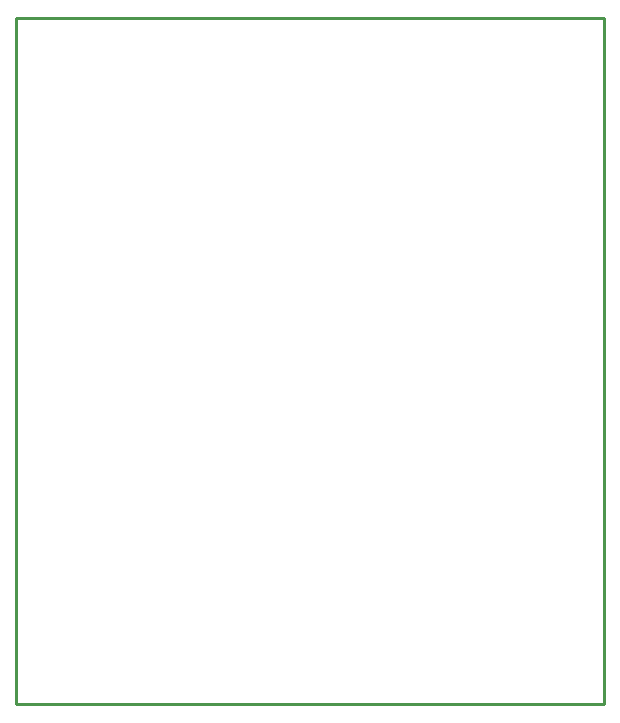
<source format=gbr>
G04 EAGLE Gerber X2 export*
%TF.Part,Single*%
%TF.FileFunction,Profile,NP*%
%TF.FilePolarity,Positive*%
%TF.GenerationSoftware,Autodesk,EAGLE,9.0.0*%
%TF.CreationDate,2019-06-24T11:27:18Z*%
G75*
%MOMM*%
%FSLAX34Y34*%
%LPD*%
%AMOC8*
5,1,8,0,0,1.08239X$1,22.5*%
G01*
%ADD10C,0.254000*%


D10*
X299720Y121920D02*
X797360Y121920D01*
X797360Y702820D01*
X299720Y702820D01*
X299720Y121920D01*
M02*

</source>
